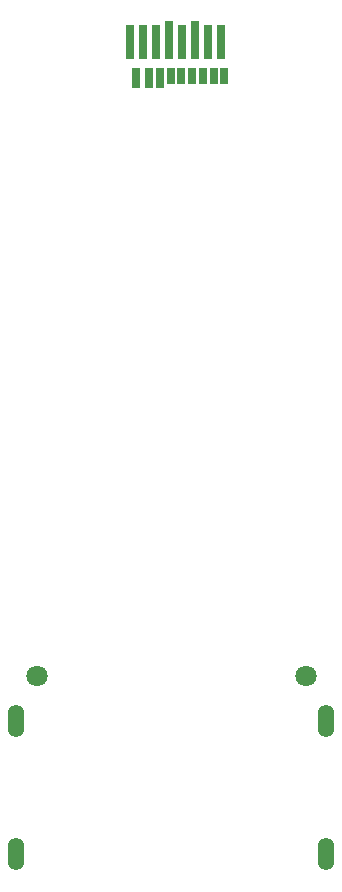
<source format=gts>
%TF.GenerationSoftware,KiCad,Pcbnew,9.0.2*%
%TF.CreationDate,2025-06-23T10:18:23+08:00*%
%TF.ProjectId,SDEX2M2 MicroSD Express to SD Express Adapter,53444558-324d-4322-904d-6963726f5344,rev?*%
%TF.SameCoordinates,Original*%
%TF.FileFunction,Soldermask,Top*%
%TF.FilePolarity,Negative*%
%FSLAX46Y46*%
G04 Gerber Fmt 4.6, Leading zero omitted, Abs format (unit mm)*
G04 Created by KiCad (PCBNEW 9.0.2) date 2025-06-23 10:18:23*
%MOMM*%
%LPD*%
G01*
G04 APERTURE LIST*
%ADD10R,0.800000X2.900000*%
%ADD11R,0.800000X3.200000*%
%ADD12R,0.760000X1.670000*%
%ADD13R,0.760000X1.370000*%
%ADD14C,1.800000*%
%ADD15O,1.362000X2.762000*%
G04 APERTURE END LIST*
D10*
%TO.C,J1*%
X137760000Y-80510000D03*
X138860000Y-80510000D03*
X139960000Y-80510000D03*
D11*
X141060000Y-80360000D03*
D10*
X142160000Y-80510000D03*
D11*
X143260000Y-80360000D03*
D10*
X144360000Y-80510000D03*
X145460000Y-80510000D03*
D12*
X138230000Y-83555000D03*
X140270000Y-83555000D03*
D13*
X141180000Y-83405000D03*
X142090000Y-83405000D03*
X143000000Y-83405000D03*
X143910000Y-83405000D03*
X144820000Y-83405000D03*
X145730000Y-83405000D03*
D12*
X139360000Y-83555000D03*
%TD*%
D14*
%TO.C,J2*%
X152620000Y-134180000D03*
X129820000Y-134180000D03*
D15*
X154345000Y-137980000D03*
X128095000Y-137980000D03*
X154345000Y-149280000D03*
X128095000Y-149280000D03*
%TD*%
M02*

</source>
